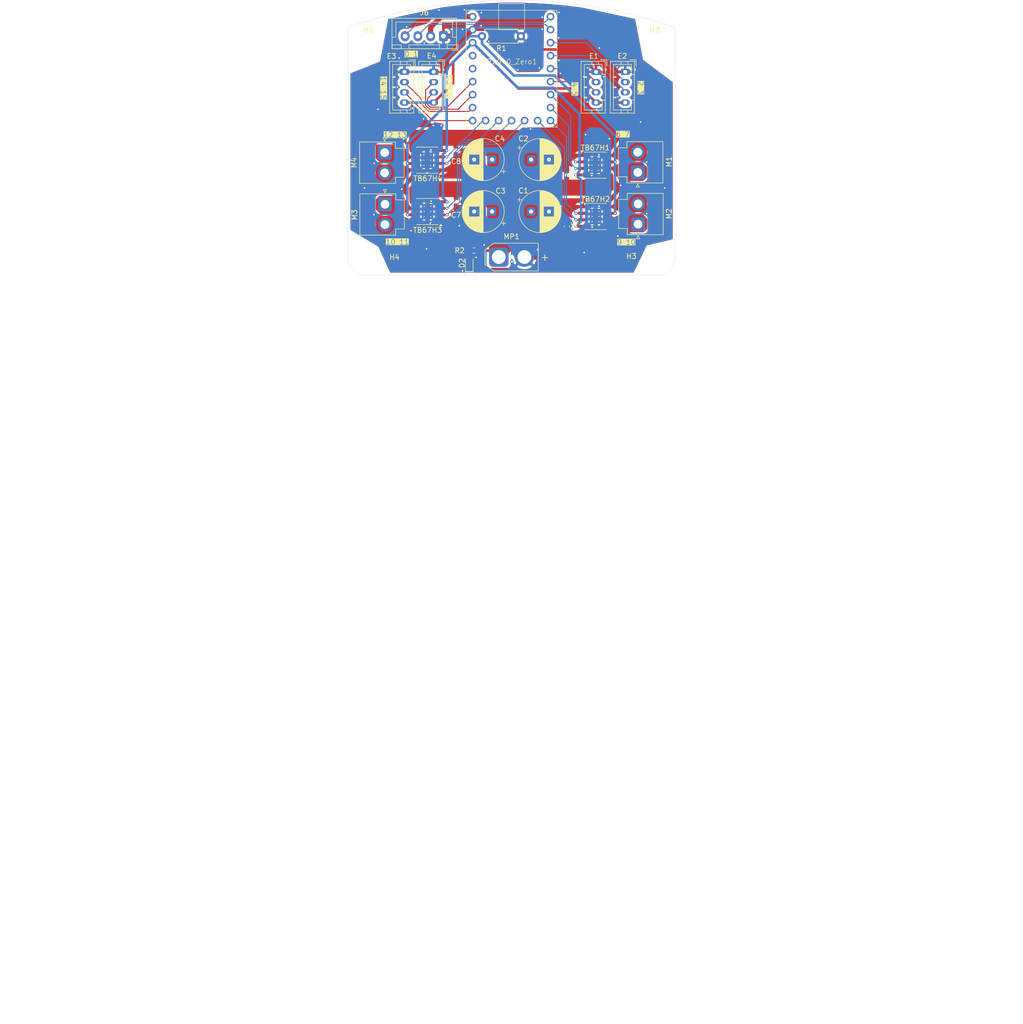
<source format=kicad_pcb>
(kicad_pcb (version 20241229) (generator "pcbnew") (generator_version "9.0")
  (layers (0 "F.Cu" signal) (2 "B.Cu" signal) (13 "F.Paste" user) (15 "B.Paste" user) (5 "F.SilkS" user "F.Silkscreen") (7 "B.SilkS" user "B.Silkscreen") (1 "F.Mask" user) (3 "B.Mask" user) (25 "Edge.Cuts" user))
  (net 0 "")
  (net 2 "VCC")
  (net 3 "GND")
  (net 4 "14")
  (net 5 "5")
  (net 6 "15")
  (net 7 "2")
  (net 8 "26")
  (net 9 "Net-(J6-Pin_3)")
  (net 10 "27")
  (net 11 "Net-(RP2040_Zero1-7)")
  (net 12 "+3V3")
  (net 13 "Net-(RP2040_Zero1-13)")
  (net 14 "3")
  (net 15 "Net-(J6-Pin_2)")
  (net 16 "Net-(RP2040_Zero1-12)")
  (net 17 "4")
  (net 18 "Net-(TB67H1-RS)")
  (net 19 "Net-(D2-A)")
  (net 20 "Net-(M1-Pin_2)")
  (net 21 "Net-(M1-Pin_1)")
  (net 22 "Net-(M2-Pin_1)")
  (net 23 "Net-(M2-Pin_2)")
  (net 24 "Net-(M3-Pin_2)")
  (net 25 "Net-(M3-Pin_1)")
  (net 26 "Net-(M4-Pin_1)")
  (net 27 "Net-(M4-Pin_2)")
  (net 28 "Net-(RP2040_Zero1-11)")
  (net 29 "Net-(RP2040_Zero1-10)")
  (net 30 "Net-(RP2040_Zero1-9)")
  (net 31 "Net-(RP2040_Zero1-8)")
  (net 32 "Net-(RP2040_Zero1-6)")
  (net 33 "Net-(J6-Pin_4)")
  (footprint "Capacitor_THT:CP_Radial_D8.0mm_P3.50mm" (layer "F.Cu") (at 153.815315 131.118398)
    (property "Reference" "C2")
    (property "Value" "C_Polarized_US" (hide yes))
  )
  (footprint "Capacitor_SMD:C_0603_1608Metric_Pad1.08x0.95mm_HandSolder" (layer "F.Cu") (at 160.815315 144.168398 -90)
    (property "Reference" "C6")
    (property "Value" "C")
  )
  (footprint "Capacitor_SMD:C_0603_1608Metric_Pad1.08x0.95mm_HandSolder" (layer "F.Cu") (at 139.115315 129.318398 90)
    (property "Reference" "C8")
    (property "Value" "C")
  )
  (footprint "MountingHole:MountingHole_3.2mm_M3" (layer "F.Cu") (at 178 150)
    (property "Reference" "H3")
    (property "Value" "MountingHole" (hide yes))
  )
  (footprint "Connector_AMASS:AMASS_XT30U-M_1x02_P5.0mm_Vertical" (layer "F.Cu") (at 147.505315 150.168398)
    (property "Reference" "MP1")
    (property "Value" "Conn_01x02_Socket" (hide yes))
  )
  (footprint "Connector_JST:JST_XH_B4B-XH-A_1x04_P2.50mm_Vertical" (layer "F.Cu") (at 136.670315 106.988398 180)
    (property "Reference" "J6")
    (property "Value" "Conn_01x04_Socket" (hide yes))
  )
  (footprint "Package_SO:SOIC-8-1EP_3.9x4.9mm_P1.27mm_EP2.29x3mm_ThermalVias" (layer "F.Cu") (at 133.560315 141.278398 180)
    (property "Reference" "TB67H3")
    (property "Value" "~")
  )
  (footprint "MountingHole:MountingHole_3.2mm_M3" (layer "F.Cu") (at 178 110)
    (property "Reference" "H2")
    (property "Value" "MountingHole" (hide yes))
  )
  (footprint "Capacitor_SMD:C_0603_1608Metric_Pad1.08x0.95mm_HandSolder" (layer "F.Cu") (at 139.165315 139.355898 90)
    (property "Reference" "C7")
    (property "Value" "C")
  )
  (footprint "Resistor_SMD:R_0603_1608Metric_Pad0.98x0.95mm_HandSolder" (layer "F.Cu") (at 142.662815 148.898398)
    (property "Reference" "R2")
    (property "Value" "2.2k")
  )
  (footprint "MountingHole:MountingHole_3.2mm_M3" (layer "F.Cu") (at 122 110)
    (property "Reference" "H1")
    (property "Value" "MountingHole" (hide yes))
  )
  (footprint "Connector_JST:JST_VH_B2P-VH-B_1x02_P3.96mm_Vertical" (layer "F.Cu") (at 174.745315 143.738398 90)
    (property "Reference" "M2")
    (property "Value" "Conn_01x02_Socket" (hide yes))
  )
  (footprint "Connector_JST:JST_VH_B2P-VH-B_1x02_P3.96mm_Vertical" (layer "F.Cu") (at 174.685315 133.628398 90)
    (property "Reference" "M1")
    (property "Value" "Conn_01x02_Socket" (hide yes))
  )
  (footprint "RP2040_Zero:名称未設定" (layer "F.Cu") (at 150.005315 103.178398)
    (property "Reference" "RP2040_Zero1")
    (property "Value" "~")
  )
  (footprint "Connector_JST:JST_PH_B4B-PH-K_1x04_P2.00mm_Vertical" (layer "F.Cu") (at 129.050315 113.973398 -90)
    (property "Reference" "E3")
    (property "Value" "Conn_01x04_Socket" (hide yes))
  )
  (footprint "Capacitor_SMD:C_0603_1608Metric_Pad1.08x0.95mm_HandSolder" (layer "F.Cu") (at 160.765315 134.135898 -90)
    (property "Reference" "C5")
    (property "Value" "C")
  )
  (footprint "Package_SO:SOIC-8-1EP_3.9x4.9mm_P1.27mm_EP2.29x3mm_ThermalVias" (layer "F.Cu") (at 166.375315 132.208398)
    (property "Reference" "TB67H1")
    (property "Value" "~")
  )
  (footprint "Connector_JST:JST_PH_B4B-PH-K_1x04_P2.00mm_Vertical" (layer "F.Cu") (at 172.230315 113.973398 -90)
    (property "Reference" "E2")
    (property "Value" "Conn_01x04_Socket" (hide yes))
  )
  (footprint "Connector_JST:JST_VH_B2P-VH-B_1x02_P3.96mm_Vertical" (layer "F.Cu") (at 125.240315 139.858398 -90)
    (property "Reference" "M3")
    (property "Value" "Conn_01x02_Socket" (hide yes))
  )
  (footprint "Package_SO:SOIC-8-1EP_3.9x4.9mm_P1.27mm_EP2.29x3mm_ThermalVias" (layer "F.Cu") (at 166.425315 142.248398)
    (property "Reference" "TB67H2")
    (property "Value" "~")
  )
  (footprint "Capacitor_THT:CP_Radial_D8.0mm_P3.50mm" (layer "F.Cu") (at 153.815315 141.278398)
    (property "Reference" "C1")
    (property "Value" "C_Polarized_US" (hide yes))
  )
  (footprint "Capacitor_THT:CP_Radial_D8.0mm_P3.50mm" (layer "F.Cu") (at 146.195315 141.278398 180)
    (property "Reference" "C3")
    (property "Value" "C_Polarized_US" (hide yes))
  )
  (footprint "Package_SO:SOIC-8-1EP_3.9x4.9mm_P1.27mm_EP2.29x3mm_ThermalVias" (layer "F.Cu") (at 133.505315 131.238398 180)
    (property "Reference" "TB67H4")
    (property "Value" "~")
  )
  (footprint "LED_SMD:LED_0603_1608Metric_Pad1.05x0.95mm_HandSolder" (layer "F.Cu") (at 141.735315 151.343398 90)
    (property "Reference" "D2")
    (property "Value" "LED")
  )
  (footprint "Connector_JST:JST_PH_B4B-PH-K_1x04_P2.00mm_Vertical" (layer "F.Cu") (at 134.765315 113.973398 -90)
    (property "Reference" "E4" (hide yes))
    (property "Value" "Conn_01x04_Socket" (hide yes))
  )
  (footprint "Connector_JST:JST_VH_B2P-VH-B_1x02_P3.96mm_Vertical" (layer "F.Cu") (at 125.185315 129.748398 -90)
    (property "Reference" "M4")
    (property "Value" "Conn_01x02_Socket" (hide yes))
  )
  (footprint "MountingHole:MountingHole_3.2mm_M3" (layer "F.Cu") (at 122 150)
    (property "Reference" "H4")
    (property "Value" "MountingHole" (hide yes))
  )
  (footprint "Connector_JST:JST_PH_B4B-PH-K_1x04_P2.00mm_Vertical" (layer "F.Cu") (at 166.515315 113.973398 -90)
    (property "Reference" "E1")
    (property "Value" "Conn_01x04_Socket" (hide yes))
  )
  (footprint "Capacitor_THT:CP_Radial_D8.0mm_P3.50mm" (layer "F.Cu") (at 146.195315 131.118398 180)
    (property "Reference" "C4")
    (property "Value" "C_Polarized_US" (hide yes))
  )
  (footprint "Resistor_THT:R_Axial_DIN0207_L6.3mm_D2.5mm_P7.62mm_Horizontal" (layer "F.Cu") (at 151.825315 106.998398 180)
    (property "Reference" "R1")
    (property "Value" "0.1")
  )
  (gr_poly (pts (xy 130.18 140.4) (xy 128.64 138.29) (xy 124.191885 138.298756) (xy 123.55625 138.931875) (xy 123.545 140.827501) (xy 124.382514 141.67) (xy 128.61 141.67) (xy 130.2 140.9)) (stroke (width 0.2)) (fill yes) (layer "F.Cu") (net 25))
  (gr_poly (pts (xy 130.122851 132.898398) (xy 128.582851 132.158398) (xy 124.134736 132.167154) (xy 123.499101 132.800273) (xy 123.487851 134.695899) (xy 124.325365 135.538398) (xy 128.552851 135.538398) (xy 130.142851 133.398398)) (stroke (width 0.2)) (fill yes) (layer "F.Cu") (net 27))
  (gr_poly (pts (xy 169.85 144.3) (xy 169.84 147.06) (xy 168.88 148.13) (xy 159.56 148.19) (xy 159.56 145.27) (xy 166.24 145.18) (xy 167.99 144.31)) (stroke (width 0.2)) (fill yes) (layer "F.Cu") (net 2))
  (gr_poly (pts (xy 169.752851 133.088398) (xy 171.292851 135.198398) (xy 175.740966 135.189642) (xy 176.376601 134.556523) (xy 176.387851 132.660897) (xy 175.550337 131.818398) (xy 171.322851 131.818398) (xy 169.732851 132.588398)) (stroke (width 0.2)) (fill yes) (layer "F.Cu") (net 21))
  (gr_poly (pts (xy 169.757536 130.55) (xy 171.297536 131.29) (xy 175.745651 131.281244) (xy 176.381286 130.648125) (xy 176.392536 128.752499) (xy 175.555022 127.91) (xy 171.327536 127.91) (xy 169.737536 130.05)) (stroke (width 0.2)) (fill yes) (layer "F.Cu") (net 20))
  (gr_poly (pts (xy 130.135315 139.228398) (xy 130.07 136.65) (xy 131.19 135.43) (xy 145.525315 135.438398) (xy 145.525315 138.358398) (xy 133.745315 138.348398) (xy 131.995315 139.218398)) (stroke (width 0.2)) (fill yes) (layer "F.Cu") (net 2))
  (gr_poly (pts (xy 155.071602 140.142851) (xy 157.241602 138.042851) (xy 155.01 137.92)) (stroke (width 0.2)) (fill yes) (layer "F.Cu") (net 2))
  (gr_poly (pts (xy 130.175315 142.938398) (xy 128.635315 142.198398) (xy 124.1872 142.207154) (xy 123.551565 142.840273) (xy 123.540315 144.735899) (xy 124.377829 145.578398) (xy 128.605315 145.578398) (xy 130.195315 143.438398)) (stroke (width 0.2)) (fill yes) (layer "F.Cu") (net 24))
  (gr_poly (pts (xy 156.566288 130.05) (xy 156.158786 130.45875) (xy 156.162536 131.685) (xy 156.166286 132.91125) (xy 156.576281 133.317545) (xy 161.162536 133.29) (xy 161.167536 131.63) (xy 163.017536 130.52) (xy 163.017536 130.05) (xy 162.967536 130.05)) (stroke (width 0.2)) (fill yes) (layer "F.Cu") (net 3))
  (gr_poly (pts (xy 157.03 145.12) (xy 154.93 142.95) (xy 154.807149 145.181602)) (stroke (width 0.2)) (fill yes) (layer "F.Cu") (net 2))
  (gr_poly (pts (xy 143.302464 138.42) (xy 145.402464 140.59) (xy 145.525315 138.358398)) (stroke (width 0.2)) (fill yes) (layer "F.Cu") (net 2))
  (gr_poly (pts (xy 169.797536 134.26) (xy 169.83 136.94) (xy 168.7 138.09) (xy 154.407536 138.05) (xy 154.407536 135.13) (xy 166.187536 135.14) (xy 167.937536 134.27)) (stroke (width 0.2)) (fill yes) (layer "F.Cu") (net 2))
  (gr_poly (pts (xy 169.805315 143.128398) (xy 171.345315 145.238398) (xy 175.79343 145.229642) (xy 176.429065 144.596523) (xy 176.440315 142.700897) (xy 175.602801 141.858398) (xy 171.375315 141.858398) (xy 169.785315 142.628398)) (stroke (width 0.2)) (fill yes) (layer "F.Cu") (net 22))
  (gr_poly (pts (xy 142.957812 143.438398) (xy 143.772815 142.620899) (xy 143.76719 140.781523) (xy 143.152198 140.17208) (xy 138.770315 140.198398) (xy 138.765315 141.858398) (xy 136.915315 142.968398) (xy 136.915315 143.438398) (xy 136.965315 143.438398)) (stroke (width 0.2)) (fill yes) (layer "F.Cu") (net 3))
  (gr_poly (pts (xy 157.2 135.209995) (xy 155.1 133.039995) (xy 154.977149 135.271597)) (stroke (width 0.2)) (fill yes) (layer "F.Cu") (net 2))
  (gr_poly (pts (xy 169.81 140.59) (xy 171.35 141.33) (xy 175.798115 141.321244) (xy 176.43375 140.688125) (xy 176.445 138.792499) (xy 175.607486 137.95) (xy 171.38 137.95) (xy 169.79 140.09)) (stroke (width 0.2)) (fill yes) (layer "F.Cu") (net 23))
  (gr_poly (pts (xy 145.695315 149.338398) (xy 145.305315 141.948398) (xy 145.375315 125.398398) (xy 152.7 125.43) (xy 155.01 127.8) (xy 155.11 144.58) (xy 149.385315 149.308398)) (stroke (width 0.2)) (fill yes) (layer "F.Cu") (net 2))
  (gr_poly (pts (xy 142.905348 133.398398) (xy 143.720351 132.580899) (xy 143.714726 130.741523) (xy 143.099734 130.13208) (xy 138.717851 130.158398) (xy 138.712851 131.818398) (xy 136.862851 132.928398) (xy 136.862851 133.398398) (xy 136.912851 133.398398)) (stroke (width 0.2)) (fill yes) (layer "F.Cu") (net 3))
  (gr_poly (pts (xy 130.082851 129.188398) (xy 130.08 126.38) (xy 131.07 125.4) (xy 145.472851 125.398398) (xy 145.472851 128.318398) (xy 133.692851 128.308398) (xy 131.942851 129.178398)) (stroke (width 0.2)) (fill yes) (layer "F.Cu") (net 2))
  (gr_poly (pts (xy 143.25 128.38) (xy 145.35 130.55) (xy 145.472851 128.318398)) (stroke (width 0.2)) (fill yes) (layer "F.Cu") (net 2))
  (gr_poly (pts (xy 145.375624 133.342773) (xy 143.205624 135.442773) (xy 145.437226 135.565624)) (stroke (width 0.2)) (fill yes) (layer "F.Cu") (net 2))
  (gr_poly (pts (xy 159.56 148.19) (xy 150.73 147.63) (xy 153.71 144.29) (xy 159.56 145.27)) (stroke (width 0.2)) (fill yes) (layer "F.Cu") (net 2))
  (gr_poly (pts (xy 130.127536 130.36) (xy 128.587536 128.25) (xy 123.507536 128.26) (xy 123.492536 130.787501) (xy 124.33005 131.63) (xy 128.557536 131.63) (xy 130.147536 130.86)) (stroke (width 0.2)) (fill yes) (layer "F.Cu") (net 26))
  (gr_poly (pts (xy 157.027503 140.09) (xy 156.2125 140.907499) (xy 156.218125 142.746875) (xy 156.833117 143.356318) (xy 161.215 143.33) (xy 161.22 141.67) (xy 163.07 140.56) (xy 163.07 140.09) (xy 163.02 140.09)) (stroke (width 0.2)) (fill yes) (layer "F.Cu") (net 3))
  (gr_poly (pts (xy 150.595315 150.138398) (xy 149.175315 147.578398) (xy 142.552815 147.743398) (xy 140.329106 145.590272) (xy 140.223683 131.228378) (xy 141.355315 130.083398) (xy 143.920315 130.072148) (xy 144.781369 130.923385) (xy 144.94 142.17) (xy 145.64 142.69) (xy 154.53 142.69) (xy 155.1 142.12) (xy 155.118732 130.695891) (xy 155.992815 129.818398) (xy 158.625315 129.818398) (xy 159.809791 130.988308) (xy 159.996147 146.049274) (xy 158.582816 148.188398) (xy 154.285315 149.958398)) (stroke (width 0.2)) (fill yes) (layer "B.Cu") (net 3))
  (gr_arc (start 182 150) (mid 181.323101 152.226433) (end 179.521499 153.69933) (stroke (width 0.05)) (layer "Edge.Cuts"))
  (gr_line (start 179.521499 153.699329) (end 120.480069 153.699973) (stroke (width 0.05)) (layer "Edge.Cuts"))
  (gr_arc (start 118.000929 105.256269) (mid 150.005774 99.94533) (end 182.01 105.26) (stroke (width 0.05)) (layer "Edge.Cuts"))
  (gr_arc (start 120.474996 153.697886) (mid 118.675845 152.224858) (end 118 150) (stroke (width 0.05)) (layer "Edge.Cuts"))
  (gr_line (start 118 150) (end 118 105.253549) (stroke (width 0.05)) (layer "Edge.Cuts"))
  (gr_line (start 182.01 105.26) (end 182.000764 150) (stroke (width 0.05)) (layer "Edge.Cuts"))
  (gr_text "26 27" (at 137.19 114.52 270) (layer "F.SilkS" knockout) (effects (font (size 1 1) (thickness 0.1)) (justify left bottom)))
  (gr_text "E4" (at 134.38 110.85 0) (layer "F.SilkS") (effects (font (size 1 1))))
  (gr_text "0 1" (at 128.98 111.09 0) (layer "F.SilkS" knockout) (effects (font (size 1 1) (thickness 0.1)) (justify left bottom)))
  (gr_text "10 11" (at 125.31 147.81 0) (layer "F.SilkS" knockout) (effects (font (size 1 1) (thickness 0.1)) (justify left bottom)))
  (gr_text "4 5" (at 161.74 115.92 270) (layer "F.SilkS" knockout) (effects (font (size 1 1) (thickness 0.1)) (justify left bottom)))
  (gr_text "9 10" (at 170.57 147.87 0) (layer "F.SilkS" knockout) (effects (font (size 1 1) (thickness 0.1)) (justify left bottom)))
  (gr_text "6 7" (at 170.34 126.77 0) (layer "F.SilkS" knockout) (effects (font (size 1 1) (thickness 0.1)) (justify left bottom)))
  (gr_text "2 3" (at 174.64 115.69 270) (layer "F.SilkS" knockout) (effects (font (size 1 1) (thickness 0.1)) (justify left bottom)))
  (gr_text "14 15" (at 124.32 114.77 270) (layer "F.SilkS" knockout) (effects (font (size 1 1) (thickness 0.1)) (justify left bottom)))
  (gr_text "12 13" (at 124.885315 126.888398 0) (layer "F.SilkS" knockout) (effects (font (size 1 1) (thickness 0.1)) (justify left bottom)))
  (segment (start 143.575315 148.898398) (end 146.235315 148.898398) (width 0.5) (layer "F.Cu") (net 2))
  (segment (start 146.235315 148.898398) (end 147.505315 150.168398) (width 0.5) (layer "F.Cu") (net 2))
  (segment (start 161.37 103.21) (end 164.31 103.21) (width 1) (layer "F.Cu") (net 3))
  (segment (start 149.645844 109.597398) (end 145.766844 105.718398) (width 0.5) (layer "F.Cu") (net 3))
  (segment (start 146.673155 101.430559) (end 159.590559 101.430559) (width 1) (layer "F.Cu") (net 3))
  (segment (start 142.036315 152.519398) (end 150.154315 152.519398) (width 0.5) (layer "F.Cu") (net 3))
  (segment (start 162.139315 109.597398) (end 149.645844 109.597398) (width 0.5) (layer "F.Cu") (net 3))
  (segment (start 136.550315 106.988398) (end 141.115315 106.988398) (width 1) (layer "F.Cu") (net 3))
  (segment (start 142.385315 105.718398) (end 146.673155 101.430559) (width 1) (layer "F.Cu") (net 3))
  (segment (start 166.515315 113.973398) (end 172.230315 113.973398) (width 0.5) (layer "F.Cu") (net 3))
  (segment (start 177.251 145.534571) (end 172.617173 150.168398) (width 1) (layer "F.Cu") (net 3))
  (segment (start 145.766844 105.718398) (end 142.385315 105.718398) (width 0.5) (layer "F.Cu") (net 3))
  (segment (start 141.735315 152.218398) (end 142.036315 152.519398) (width 0.5) (layer "F.Cu") (net 3))
  (segment (start 177.251 116.151) (end 177.251 145.534571) (width 1) (layer "F.Cu") (net 3))
  (segment (start 164.31 103.21) (end 177.251 116.151) (width 1) (layer "F.Cu") (net 3))
  (segment (start 166.515315 113.973398) (end 162.139315 109.597398) (width 0.5) (layer "F.Cu") (net 3))
  (segment (start 172.617173 150.168398) (end 152.505315 150.168398) (width 1) (layer "F.Cu") (net 3))
  (segment (start 150.154315 152.519398) (end 152.505315 150.168398) (width 0.5) (layer "F.Cu") (net 3))
  (segment (start 159.590559 101.430559) (end 161.37 103.21) (width 1) (layer "F.Cu") (net 3))
  (segment (start 141.115315 106.988398) (end 142.385315 105.718398) (width 1) (layer "F.Cu") (net 3))
  (via (at 155.97 105.66) (size 0.6) (drill 0.3) (layers "F.Cu" "B.Cu") (net 3))
  (via (at 155.43 113.21) (size 0.6) (drill 0.3) (layers "F.Cu" "B.Cu") (net 3))
  (via (at 170.66 113.03) (size 0.6) (drill 0.3) (layers "F.Cu" "B.Cu") (net 3))
  (via (at 159.26 111.71) (size 0.6) (drill 0.3) (layers "F.Cu" "B.Cu") (net 3))
  (via (at 135.81 101.9) (size 0.6) (drill 0.3) (layers "F.Cu" "B.Cu") (net 3))
  (via (at 140.41 105.67) (size 0.6) (drill 0.3) (layers "F.Cu" "B.Cu") (net 3))
  (via (at 140.53 140.4) (size 0.6) (drill 0.3) (layers "F.Cu" "B.Cu") (net 3))
  (via (at 145.55 108.01) (size 0.6) (drill 0.3) (layers "F.Cu" "B.Cu") (net 3))
  (via (at 179.96 136.67) (size 0.6) (drill 0.3) (layers "F.Cu" "B.Cu") (net 3))
  (via (at 140.41 152.87) (size 0.6) (drill 0.3) (layers "F.Cu" "B.Cu") (net 3))
  (via (at 140.78 101.81) (size 0.6) (drill 0.3) (layers "F.Cu" "B.Cu") (net 3))
  (via (at 151.22 113.56) (size 0.6) (drill 0.3) (layers "F.Cu" "B.Cu") (net 3))
  (via (at 135.55 112.51) (size 0.6) (drill 0.3) (layers "F.Cu" "B.Cu") (net 3))
  (via (at 134.12 143.53) (size 0.6) (drill 0.3) (layers "F.Cu" "B.Cu") (net 3))
  (via (at 167.17 109.31) (size 0.6) (drill 0.3) (layers "F.Cu" "B.Cu") (net 3))
  (via (at 159.56 114.27) (size 0.6) (drill 0.3) (layers "F.Cu" "B.Cu") (net 3))
  (via (at 166.7 121.42) (size 0.6) (drill 0.3) (layers "F.Cu" "B.Cu") (net 3))
  (via (at 127.69 116.96) (size 0.6) (drill 0.3) (layers "F.Cu" "B.Cu") (net 3))
  (via (at 176.42 131.62) (size 0.6) (drill 0.3) (layers "F.Cu" "B.Cu") (net 3))
  (via (at 138.22 105.66) (size 0.6) (drill 0.3) (layers "F.Cu" "B.Cu") (net 3))
  (via (at 159.26 102.33) (size 0.6) (drill 0.3) (layers "F.Cu" "B.Cu") (net 3))
  (via (at 164.13 114.92) (size 0.6) (drill 0.3) (layers "F.Cu" "B.Cu") (net 3))
  (via (at 128.53 136.91) (size 0.6) (drill 0.3) (layers "F.Cu" "B.Cu") (net 3))
  (via (at 170.78 146.06) (size 0.6) (drill 0.3) (layers "F.Cu" "B.Cu") (net 3))
  (via (at 132.79 123.15) (size 0.6) (drill 0.3) (layers "F.Cu" "B.Cu") (net 3))
  (via (at 123.13 131.85) (size 0.6) (drill 0.3) (layers "F.Cu" "B.Cu") (net 3))
  (via (at 164.87 113.18) (size 0.6) (drill 0.3) (layers "F.Cu" "B.Cu") (net 3))
  (via (at 169.11 127.03) (size 0.6) (drill 0.3) (layers "F.Cu" "B.Cu") (net 3))
  (via (at 159.62 131.15) (size 0.6) (drill 0.3) (layers "F.Cu" "B.Cu") (net 3))
  (via (at 159.65 140.25) (size 0.6) (drill 0.3) (layers "F.Cu" "B.Cu") (net 3))
  (via (at 128.9 127.09) (size 0.6) (drill 0.3) (layers "F.Cu" "B.Cu") (net 3))
  (via (at 139.79 144.05) (size 0.6) (drill 0.3) (layers "F.Cu" "B.Cu") (net 3))
  (via (at 164.81 119.83) (size 0.6) (drill 0.3) (layers "F.Cu" "B.Cu") (net 3))
  (via (at 170.79 118.85) (size 0.6) (drill 0.3) (layers "F.Cu" "B.Cu") (net 3))
  (via (at 143.07 150.23) (size 0.6) (drill 0.3) (layers "F.Cu" "B.Cu") (net 3))
  (via (at 159.22 107.33) (size 0.6) (drill 0.3) (layers "F.Cu" "B.Cu") (net 3))
  (via (at 133.48 133.73) (size 0.6) (drill 0.3) (layers "F.Cu" "B.Cu") (net 3))
  (via (at 134.28 139.23) (size 0.6) (drill 0.3) (layers "F.Cu" "B.Cu") (net 3))
  (via (at 164.5 126.23) (size 0.6) (drill 0.3) (layers "F.Cu" "B.Cu") (net 3))
  (via (at 165.75 144.32) (size 0.6) (drill 0.3) (layers "F.Cu" "B.Cu") (net 3))
  (via (at 150.09 151.05) (size 0.6) (drill 0.3) (layers "F.Cu" "B.Cu") (net 3))
  (via (at 168.06 114.91) (size 0.6) (drill 0.3) (layers "F.Cu" "B.Cu") (net 3))
  (via (at 171.34 136.16) (size 0.6) (drill 0.3) (layers "F.Cu" "B.Cu") (net 3))
  (via (at 136.23 124.45) (size 0.6) (drill 0.3) (layers "F.Cu" "B.Cu") (net 3))
  (via (at 167.08 130.17) (size 0.6) (drill 0.3) (layers "F.Cu" "B.Cu") (net 3))
  (via (at 165.69 134.24) (size 0.6) (drill 0.3) (layers "F.Cu" "B.Cu") (net 3))
  (via (at 134.22 129.2) (size 0.6) (drill 0.3) (layers "F.Cu" "B.Cu") (net 3))
  (via (at 121.24 136.67) (size 0.6) (drill 0.3) (layers "F.Cu" "B.Cu") (net 3))
  (via (at 130.34 145.01) (size 0.6) (drill 0.3) (layers "F.Cu" "B.Cu") (net 3))
  (via (at 129.48 105.17) (size 0.6) (drill 0.3) (layers "F.Cu" "B.Cu") (net 3))
  (via (at 155.09 148.73) (size 0.6) (drill 0.3) (layers "F.Cu" "B.Cu") (net 3))
  (via (at 164.71 139.08) (size 0.6) (drill 0.3) (layers "F.Cu" "B.Cu") (net 3))
  (via (at 153.71 125.14) (size 0.6) (drill 0.3) (layers "F.Cu" "B.Cu") (net 3))
  (via (at 140.43 131.37) (size 0.6) (drill 0.3) (layers "F.Cu" "B.Cu") (net 3))
  (via (at 130.58 121.07) (size 0.6) (drill 0.3) (layers "F.Cu" "B.Cu") (net 3))
  (via (at 144.64 147.79) (size 0.6) (drill 0.3) (layers "F.Cu" "B.Cu") (net 3))
  (via (at 176.44 141.69) (size 0.6) (drill 0.3) (layers "F.Cu" "B.Cu") (net 3))
  (via (at 134.7 124.46) (size 0.6) (drill 0.3) (layers "F.Cu" "B.Cu") (net 3))
  (via (at 155.99 103.28) (size 0.6) (drill 0.3) (layers "F.Cu" "B.Cu") (net 3))
  (via (at 123.88 121.29) (size 0.6) (drill 0.3) (layers "F.Cu" "B.Cu") (net 3))
  (via (at 165.97 112.57) (size 0.6) (drill 0.3) (layers "F.Cu" "B.Cu") (net 3))
  (via (at 167.12 140.21) (size 0.6) (drill 0.3) (layers "F.Cu" "B.Cu") (net 3))
  (via (at 132.92 108.34) (size 0.6) (drill 0.3) (layers "F.Cu" "B.Cu") (net 3))
  (via (at 133.37 148.57) (size 0.6) (drill 0.3) (layers "F.Cu" "B.Cu") (net 3))
  (via (at 128 111.25) (size 0.6) (drill 0.3) (layers "F.Cu" "B.Cu") (net 3))
  (via (at 175.23 123.78) (size 0.6) (drill 0.3) (layers "F.Cu" "B.Cu") (net 3))
  (via (at 123.08 141.88) (size 0.6) (drill 0.3) (layers "F.Cu" "B.Cu") (net 3))
  (via (at 164.2 149.28) (size 0.6) (drill 0.3) (layers "F.Cu" "B.Cu") (net 3))
  (via (at 144.08 102.41) (size 0.6) (drill 0.3) (layers "F.Cu" "B.Cu") (net 3))
  (segment (start 142.795315 105.308398) (end 142.385315 105.718398) (width 0.5) (layer "B.Cu") (net 3))
  (segment (start 129.050315 113.973398) (end 134.765315 113.973398) (width 0.5) (layer "B.Cu") (net 3))
  (segment (start 151.825315 106.998398) (end 150.135315 105.308398) (width 0.5) (layer "B.Cu") (net 3))
  (segment (start 134.765315 112.277738) (end 141.324655 105.718398) (width 0.5) (layer "B.Cu") (net 3))
  (segment (start 141.324655 105.718398) (end 142.385315 105.718398) (width 0.5) (layer "B.Cu") (net 3))
  (segment (start 134.765315 113.973398) (end 134.765315 112.277738) (width 0.5) (layer "B.Cu") (net 3))
  (segment (start 166.515315 113.973398) (end 167.123398 113.973398) (width 0.5) (layer "B.Cu") (net 3))
  (segment (start 167.123398 113.973398) (end 168.06 114.91) (width 0.5) (layer "B.Cu") (net 3))
  (segment (start 150.135315 105.308398) (end 142.795315 105.308398) (width 0.5) (layer "B.Cu") (net 3))
  (segment (start 129.050315 117.973398) (end 134.575315 123.498398) (width 0.2) (layer "F.Cu") (net 4))
  (segment (start 134.575315 123.498398) (end 142.385315 123.498398) (width 0.2) (layer "F.Cu") (net 4))
  (segment (start 166.515315 117.973398) (end 164.420315 115.878398) (width 0.2) (layer "F.Cu") (net 5))
  (segment (start 164.420315 115.878398) (end 157.625315 115.878398) (width 0.2) (layer "F.Cu") (net 5))
  (segment (start 166.515315 117.973398) (end 166.070315 117.973398) (width 0.2) (layer "B.Cu") (net 5))
  (segment (start 133.816909 121.708398) (end 141.635315 121.708398) (width 0.2) (layer "F.Cu") (net 6))
  (segment (start 141.635315 121.708398) (end 142.385315 120.958398) (width 0.2) (layer "F.Cu") (net 6))
  (segment (start 129.050315 115.973398) (end 132.370315 119.293398) (width 0.2) (layer "F.Cu") (net 6))
  (segment (start 132.370315 120.261804) (end 133.816909 121.708398) (width 0.2) (layer "F.Cu") (net 6))
  (segment (start 132.370315 119.293398) (end 132.370315 120.261804) (width 0.2) (layer "F.Cu") (net 6))
  (segment (start 164.515315 108.258398) (end 157.625315 108.258398) (width 0.2) (layer "B.Cu") (net 7))
  (segment (start 172.230315 115.973398) (end 164.515315 108.258398) (width 0.2) (layer "B.Cu") (net 7))
  (segment (start 133.188315 120.512704) (end 133.951009 121.275398) (width 0.2) (layer "F.Cu") (net 8))
  (segment (start 133.951009 121.275398) (end 139.528315 121.275398) (width 0.2) (layer "F.Cu") (net 8))
  (segment (start 134.765315 115.973398) (end 133.188315 117.550398) (width 0.2) (layer "F.Cu") (net 8))
  (segment (start 133.188315 117.550398) (end 133.188315 120.512704) (width 0.2) (layer "F.Cu") (net 8))
  (segment (start 139.528315 121.275398) (end 142.385315 118.418398) (width 0.2) (layer "F.Cu") (net 8))
  (segment (start 133.871315 104.667398) (end 156.574315 104.667398) (width 0.2) (layer "B.Cu") (net 9))
  (segment (start 131.550315 106.988398) (end 133.871315 104.667398) (width 0.2) (layer "B.Cu") (net 9))
  (segment (start 156.574315 104.667398) (end 157.625315 105.718398) (width 0.2) (layer "B.Cu") (net 9))
  (segment (start 133.589315 119.149398) (end 133.589315 120.346604) (width 0.2) (layer "F.Cu") (net 10))
  (segment (start 134.117109 120.874398) (end 137.389315 120.874398) (width 0.2) (layer "F.Cu") (net 10))
  (segment (start 137.389315 120.874398) (end 142.385315 115.878398) (width 0.2) (layer "F.Cu") (net 10))
  (segment (start 133.589315 120.346604) (end 134.117109 120.874398) (width 0.2) (layer "F.Cu") (net 10))
  (segment (start 134.765315 117.973398) (end 133.589315 119.149398) (width 0.2) (layer "F.Cu") (net 10))
  (segment (start 163.897536 132.845) (end 162.562536 132.845) (width 0.2) (layer "F.Cu") (net 11))
  (via (at 162.562536 132.845) (size 0.6) (drill 0.3) (layers "F.Cu" "B.Cu") (net 11))
  (segment (start 161.15083 124.483913) (end 157.625315 120.958398) (width 0.2) (layer "B.Cu") (net 11))
  (segment (start 162.562536 132.845) (end 161.15083 131.433294) (width 0.2) (layer "B.Cu") (net 11))
  (segment (start 161.15083 131.433294) (end 161.15083 124.483913) (width 0.2) (layer "B.Cu") (net 11))
  (segment (start 136.035315 139.373398) (end 137.370315 139.373398) (width 0.5) (layer "F.Cu") (net 12))
  (segment (start 134.765315 119.973398) (end 138.575315 116.163398) (width 0.5) (layer "F.Cu") (net 12))
  (segment (start 135.982851 129.333398) (end 137.317851 129.333398) (width 0.5) (layer "F.Cu") (net 12))
  (segment (start 163.897536 134.115) (end 162.562536 134.115) (width 0.5) (layer "F.Cu") (net 12))
  (segment (start 163.759315 117.217398) (end 151.344315 117.217398) (width 0.5) (layer "F.Cu") (net 12))
  (segment (start 166.515315 119.973398) (end 163.759315 117.217398) (width 0.5) (layer "F.Cu") (net 12))
  (segment (start 166.515315 119.973398) (end 172.230315 119.973398) (width 0.5) (layer "F.Cu") (net 12))
  (segment (start 138.575315 112.068398) (end 142.385315 108.258398) (width 0.5) (layer "F.Cu") (net 12))
  (segment (start 138.575315 116.163398) (end 138.575315 112.068398) (width 0.5) (layer "F.Cu") (net 12))
  (segment (start 163.95 144.155) (end 162.615 144.155) (width 0.5) (layer "F.Cu") (net 12))
  (segment (start 151.344315 117.217398) (end 142.385315 108.258398) (width 0.5) (layer "F.Cu") (net 12))
  (via (at 162.615 144.155) (size 0.6) (drill 0.3) (layers "F.Cu" "B.Cu") (net 12))
  (via (at 137.370315 139.373398) (size 0.6) (drill 0.3) (layers "F.Cu" "B.Cu") (net 12))
  (via (at 162.562536 134.115) (size 0.6) (drill 0.3) (layers "F.Cu" "B.Cu") (net 12))
  (via (at 137.317851 129.333398) (size 0.6) (drill 0.3) (layers "F.Cu" "B.Cu") (net 12))
  (segment (start 162.562536 134.115) (end 163.315315 133.362221) (width 0.5) (layer "B.Cu") (net 12))
  (segment (start 142.385315 108.258398) (end 137.317851 113.325862) (width 0.5) (layer "B.Cu") (net 12))
  (segment (start 136.566851 130.084398) (end 136.566851 138.569934) (width 0.5) (layer "B.Cu") (net 12))
  (segment (start 163.315315 122.271927) (end 158.122786 117.079398) (width 0.5) (layer "B.Cu") (net 12))
  (segment (start 158.122786 117.079398) (end 151.206315 117.079398) (width 0.5) (layer "B.Cu") (net 12))
  (segment (start 136.566851 138.569934) (end 137.370315 139.373398) (width 0.5) (layer "B.Cu") (net 12))
  (segment (start 163.625315 135.177779) (end 162.562536 134.115) (width 0.5) (layer "B.Cu") (net 12))
  (segment (start 163.315315 133.362221) (end 163.315315 122.271927) (width 0.5) (layer "B.Cu") (net 12))
  (segment (start 162.615 144.155) (end 163.625315 143.144685) (width 0.5) (layer "B.Cu") (net 12))
  (segment (start 163.625315 143.144685) (end 163.625315 135.177779) (width 0.5) (layer "B.Cu") (net 12))
  (segment (start 129.050315 119.973398) (end 134.765315 119.973398) (width 0.5) (layer "B.Cu") (net 12))
  (segment (start 151.206315 117.079398) (end 142.385315 108.258398) (width 0.5) (layer "B.Cu") (net 12))
  (segment (start 137.317851 113.325862) (end 137.317851 129.333398) (width 0.5) (layer "B.Cu") (net 12))
  (segment (start 137.317851 129.333398) (end 136.566851 130.084398) (width 0.5) (layer "B.Cu") (net 12))
  (segment (start 135.982851 130.603398) (end 137.317851 130.603398) (width 0.2) (layer "F.Cu") (net 13))
  (via (at 137.317851 130.603398) (size 0.6) (drill 0.3) (layers "F.Cu" "B.Cu") (net 13))
  (segment (start 137.317851 130.603398) (end 144.422851 123.498398) (width 0.2) (layer "B.Cu") (net 13))
  (segment (start 144.422851 123.498398) (end 144.925315 123.498398) (width 0.2) (layer "B.Cu") (net 13))
  (segment (start 172.230315 117.698398) (end 165.330315 110.798398) (width 0.2) (layer "B.Cu") (net 14))
  (segment (start 172.230315 117.973398) (end 172.230315 117.698398) (width 0.2) (layer "B.Cu") (net 14))
  (segment (start 165.330315 110.798398) (end 157.625315 110.798398) (width 0.2) (layer "B.Cu") (net 14))
  (segment (start 142.385315 103.178398) (end 136.255315 103.178398) (width 1) (layer "F.Cu") (net 15))
  (segment (start 134.170315 105.263398) (end 134.170315 106.988398) (width 1) (layer "F.Cu") (net 15))
  (segment (start 136.255315 103.178398) (end 134.170315 105.263398) (width 1) (layer "F.Cu") (net 15))
  (segment (start 135.982851 131.873398) (end 137.317851 131.873398) (width 0.2) (layer "F.Cu") (net 16))
  (via (at 137.317851 131.873398) (size 0.6) (drill 0.3) (layers "F.Cu" "B.Cu") (net 16))
  (segment (start 139.012483 130.178766) (end 139.012483 129.588906) (width 0.2) (layer "B.Cu") (net 16))
  (segment (start 141.294991 127.306398) (end 143.657315 127.306398) (width 0.2) (layer "B.Cu") (net 16))
  (segment (start 143.657315 127.306398) (end 147.465315 123.498398) (width 0.2) (layer "B.Cu") (net 16))
  (segment (start 139.012483 129.588906) (end 141.294991 127.306398) (width 0.2) (layer "B.Cu") (net 16))
  (segment (start 137.317851 131.873398) (end 139.012483 130.178766) (width 0.2) (layer "B.Cu") (net 16))
  (segment (start 166.515315 115.973398) (end 163.880315 113.338398) (width 0.2) (layer "F.Cu") (net 17))
  (segment (start 163.880315 113.338398) (end 157.625315 113.338398) (width 0.2) (layer "F.Cu") (net 17))
  (segment (start 168.9 141.615) (end 170.3 141.615) (width 0.5) (layer "F.Cu") (net 18))
  (segment (start 168.847536 131.575) (end 170.247536 131.575) (width 0.5) (layer "F.Cu") (net 18))
  (segment (start 131.032851 131.873398) (end 129.632851 131.873398) (width 0.5) (layer "F.Cu") (net 18))
  (segment (start 131.085315 141.913398) (end 129.685315 141.913398) (width 0.5) (layer "F.Cu") (net 18))
  (via (at 129.685315 141.913398) (size 0.6) (drill 0.3) (layers "F.Cu" "B.Cu") (net 18))
  (via (at 129.632851 131.873398) (size 0.6) (drill 0.3) (layers "F.Cu" "B.Cu") (net 18))
  (via (at 170.247536 131.575) (size 0.6) (drill 0.3) (layers "F.Cu" "B.Cu") (net 18))
  (via (at 170.3 141.615) (size 0.6) (drill 0.3) (layers "F.Cu" "B.Cu") (net 18))
  (segment (start 144.205315 108.438398) (end 150.444315 114.677398) (width 0.5) (layer "B.Cu") (net 18))
  (segment (start 150.444315 114.677398) (end 158.384315 114.677398) (width 0.5) (layer "B.Cu") (net 18))
  (segment (start 129.632851 131.873398) (end 129.632851 127.995862) (width 0.5) (layer "B.Cu") (net 18))
  (segment (start 136.616851 121.011862) (end 136.616851 112.190391) (width 0.5) (layer "B.Cu") (net 18))
  (segment (start 170.247536 141.562536) (end 170.3 141.615) (width 0.5) (layer "B.Cu") (net 18))
  (segment (start 129.632851 131.873398) (end 129.632851 141.860934) (width 0.5) (layer "B.Cu") (net 18))
  (segment (start 129.632851 127.995862) (end 136.616851 121.011862) (width 0.5) (layer "B.Cu") (net 18))
  (segment (start 170.247536 131.575) (end 170.247536 141.562536) (width 0.5) (layer "B.Cu") (net 18))
  (segment (start 144.205315 106.998398) (end 144.205315 108.438398) (width 0.5) (layer "B.Cu") (net 18))
  (segment (start 136.616851 112.190391) (end 141.808844 106.998398) (width 0.5) (layer "B.Cu") (net 18))
  (segment (start 129.632851 141.860934) (end 129.685315 141.913398) (width 0.5) (layer "B.Cu") (net 18))
  (segment (start 158.384315 114.677398) (end 170.247536 126.540619) (width 0.5) (layer "B.Cu") (net 18))
  (segment (start 170.247536 126.540619) (end 170.247536 131.575) (width 0.5) (layer "B.Cu") (net 18))
  (segment (start 141.808844 106.998398) (end 144.205315 106.998398) (width 0.5) (layer "B.Cu") (net 18))
  (segment (start 141.750315 150.453398) (end 141.735315 150.468398) (width 0.5) (layer "F.Cu") (net 19))
  (segment (start 141.750315 148.898398) (end 141.750315 150.453398) (width 0.5) (layer "F.Cu") (net 19))
  (segment (start 136.035315 140.643398) (end 137.370315 140.643398) (width 0.2) (layer "F.Cu") (net 28))
  (via (at 137.370315 140.643398) (size 0.6) (drill 0.3) (layers "F.Cu" "B.Cu") (net 28))
  (segment (start 137.370315 140.643398) (end 139.413483 138.60023) (width 0.2) (layer "B.Cu") (net 28))
  (segment (start 139.413483 138.60023) (end 139.413483 129.755006) (width 0.2) (layer "B.Cu") (net 28))
  (segment (start 141.461091 127.707398) (end 145.796315 127.707398) (width 0.2) (layer "B.Cu") (net 28))
  (segment (start 139.413483 129.755006) (end 141.461091 127.707398) (width 0.2) (layer "B.Cu") (net 28))
  (segment (start 145.796315 127.707398) (end 150.005315 123.498398) (width 0.2) (layer "B.Cu") (net 28))
  (segment (start 136.035315 141.913398) (end 137.370315 141.913398) (width 0.2) (layer "F.Cu") (net 29))
  (via (at 137.370315 141.913398) (size 0.6) (drill 0.3) (layers "F.Cu" "B.Cu") (net 29))
  (segment (start 147.935315 128.108398) (end 152.545315 123.498398) (width 0.2) (layer "B.Cu") (net 29))
  (segment (start 139.814483 129.921106) (end 141.627191 128.108398) (width 0.2) (layer "B.Cu") (net 29))
  (segment (start 139.814483 139.46923) (end 139.814483 129.921106) (width 0.2) (layer "B.Cu") (net 29))
  (segment (start 137.370315 141.913398) (end 139.814483 139.46923) (width 0.2) (layer "B.Cu") (net 29))
  (segment (start 141.627191 128.108398) (end 147.935315 128.108398) (width 0.2) (layer "B.Cu") (net 29))
  (segment (start 163.95 142.885) (end 162.615 142.885) (width 0.2) (layer "F.Cu") (net 30))
  (via (at 162.615 142.885) (size 0.6) (drill 0.3) (layers "F.Cu" "B.Cu") (net 30))
  (segment (start 162.615 142.885) (end 160.34883 140.61883) (width 0.2) (layer "B.Cu") (net 30))
  (segment (start 160.34883 140.61883) (end 160.34883 128.761913) (width 0.2) (layer "B.Cu") (net 30))
  (segment (start 160.34883 128.761913) (end 155.085315 123.498398) (width 0.2) (layer "B.Cu") (net 30))
  (segment (start 163.95 141.615) (end 162.615 141.615) (width 0.2) (layer "F.Cu") (net 31))
  (via (at 162.615 141.615) (size 0.6) (drill 0.3) (layers "F.Cu" "B.Cu") (net 31))
  (segment (start 162.615 141.615) (end 160.74983 139.74983) (width 0.2) (layer "B.Cu") (net 31))
  (segment (start 160.74983 139.74983) (end 160.74983 126.622913) (width 0.2) (layer "B.Cu") (net 31))
  (segment (start 160.74983 126.622913) (end 157.625315 123.498398) (width 0.2) (layer "B.Cu") (net 31))
  (segment (start 163.897536 131.575) (end 162.562536 131.575) (width 0.2) (layer "F.Cu") (net 32))
  (via (at 162.562536 131.575) (size 0.6) (drill 0.3) (layers "F.Cu" "B.Cu") (net 32))
  (segment (start 162.562536 131.575) (end 161.55183 130.564294) (width 0.2) (layer "B.Cu") (net 32))
  (segment (start 161.55183 122.344913) (end 157.625315 118.418398) (width 0.2) (layer "B.Cu") (net 32))
  (segment (start 161.55183 130.564294) (end 161.55183 122.344913) (width 0.2) (layer "B.Cu") (net 32))
  (segment (start 156.537315 104.266398) (end 157.625315 103.178398) (width 0.2) (layer "B.Cu") (net 33))
  (segment (start 131.772315 104.266398) (end 156.537315 104.266398) (width 0.2) (layer "B.Cu") (net 33))
  (segment (start 129.050315 106.988398) (end 131.772315 104.266398) (width 0.2) (layer "B.Cu") (net 33))
  (zone (net 3) (net_name "GND") (layer "F.Cu") (priority 1) (connect_pads (clearance 0.5)) (min_thickness 0.25) (fill yes (thermal_gap 0.5) (thermal_bridge_width 0.5) (island_removal_mode 1) (island_area_min 10))
    (polygon (pts (xy 181.9 153.6) (xy 181.9 105.3) (xy 160 100.6) (xy 150 100.1) (xy 140 100.6) (xy 118.1 105.3) (xy 118.1 153.6)))
  )
  (zone (net 0) (net_name "") (layers "F.Cu" "B.Cu") (connect_pads (clearance 0)) (min_thickness 0.25)
    (keepout (tracks allowed) (vias allowed) (pads allowed) (copperpour not_allowed) (footprints allowed))
    (fill (thermal_gap 0.5) (thermal_bridge_width 0.5) (island_removal_mode 1) (island_area_min 10))
    (polygon (pts (xy 130.23 106.41) (xy 133.33 106.34) (xy 133.9 104.45) (xy 129.51 105.59) (xy 130.22 106.41)))
  )
  (zone (net 0) (net_name "") (layers "F.Cu" "B.Cu") (connect_pads (clearance 0)) (min_thickness 0.25)
    (keepout (tracks allowed) (vias allowed) (pads allowed) (copperpour not_allowed) (footprints allowed))
    (fill (thermal_gap 0.5) (thermal_bridge_width 0.5) (island_removal_mode 1) (island_area_min 10))
    (polygon (pts (xy 126.29 153.26) (xy 123.96 148.15) (xy 118.38 144.79) (xy 118.1 153.6)))
  )
  (zone (net 0) (net_name "") (layers "F.Cu" "B.Cu") (connect_pads (clearance 0)) (min_thickness 0.25)
    (keepout (tracks allowed) (vias allowed) (pads allowed) (copperpour not_allowed) (footprints allowed))
    (fill (thermal_gap 0.5) (thermal_bridge_width 0.5) (island_removal_mode 1) (island_area_min 10))
    (polygon (pts (xy 129.6 119.62) (xy 129.63 112.85) (xy 134.27 112.87) (xy 134.07 119.39)))
  )
  (zone (net 0) (net_name "") (layers "F.Cu" "B.Cu") (connect_pads (clearance 0)) (min_thickness 0.25)
    (keepout (tracks allowed) (vias allowed) (pads allowed) (copperpour not_allowed) (footprints allowed))
    (fill (thermal_gap 0.5) (thermal_bridge_width 0.5) (island_removal_mode 1) (island_area_min 10))
    (polygon (pts (xy 181.55 116) (xy 175.7 111.62) (xy 174.13 103.52) (xy 181.9 105.3)))
  )
  (zone (net 0) (net_name "") (layers "F.Cu" "B.Cu") (connect_pads (clearance 0)) (min_thickness 0.25)
    (keepout (tracks allowed) (vias allowed) (pads allowed) (copperpour not_allowed) (footprints allowed))
    (fill (thermal_gap 0.5) (thermal_bridge_width 0.5) (island_removal_mode 1) (island_area_min 10))
    (polygon (pts (xy 118.4 114.3) (xy 124.29 111.96) (xy 125.96 103.29) (xy 118.1 105.3)))
  )
  (zone (net 0) (net_name "") (layers "F.Cu" "B.Cu") (connect_pads (clearance 0)) (min_thickness 0.25)
    (keepout (tracks allowed) (vias allowed) (pads allowed) (copperpour not_allowed) (footprints allowed))
    (fill (thermal_gap 0.5) (thermal_bridge_width 0.5) (island_removal_mode 1) (island_area_min 10))
    (polygon (pts (xy 173.83 153.27) (xy 176.43 147.89) (xy 181.72 146.63) (xy 181.9 153.6)))
  )
  (zone (net 0) (net_name "") (layers "F.Cu" "B.Cu") (connect_pads (clearance 0)) (min_thickness 0.25)
    (keepout (tracks allowed) (vias allowed) (pads allowed) (copperpour not_allowed) (footprints allowed))
    (fill (thermal_gap 0.5) (thermal_bridge_width 0.5) (island_removal_mode 1) (island_area_min 10))
    (polygon (pts (xy 134.97 106.08) (xy 135.16 105.11) (xy 136.39 104.26) (xy 136.4 105.6) (xy 135.32 106.14)))
  )
  (zone (net 0) (net_name "") (layers "F.Cu" "B.Cu") (connect_pads (clearance 0)) (min_thickness 0.25)
    (keepout (tracks allowed) (vias allowed) (pads allowed) (copperpour not_allowed) (footprints allowed))
    (fill (thermal_gap 0.5) (thermal_bridge_width 0.5) (island_removal_mode 1) (island_area_min 10))
    (polygon (pts (xy 136.07 114.28) (xy 137.18 114.25) (xy 137.88 113.25) (xy 137.9 118.41) (xy 135.77 117.6) (xy 135.42 116.9) (xy 135.85 114.38)))
  )
  (zone (net 0) (net_name "") (layers "F.Cu" "B.Cu") (connect_pads (clearance 0)) (min_thickness 0.25)
    (keepout (tracks allowed) (vias allowed) (pads allowed) (copperpour not_allowed) (footprints allowed))
    (fill (thermal_gap 0.5) (thermal_bridge_width 0.5) (island_removal_mode 1) (island_area_min 10))
    (polygon (pts (xy 157.95 101.95) (xy 158.91 102.8875) (xy 158.92 123.69) (xy 157.65 124.85) (xy 149.735 124.85) (xy 136.69 124.8) (xy 136.67 124.11) (xy 134.07 123.585) (xy 129.95 119.6) (xy 137.44 121.27) (xy 135.99 120.3) (xy 136.09 119.27) (xy 139.07 116.32) (xy 139.12 112.22) (xy 141.09 110.3) (xy 141.13 103.07) (xy 141.96 102.18) (xy 142.84 102.19) (xy 143.73 103.1) (xy 144.97 107.94) (xy 151.1 114.02) (xy 155.34 113.99) (xy 156.24 113.06) (xy 156.326965 102.97) (xy 157.25 101.95)))
  )
  (zone (net 0) (net_name "") (layer "B.Cu") (connect_pads (clearance 0)) (min_thickness 0.25)
    (keepout (tracks allowed) (vias allowed) (pads allowed) (copperpour not_allowed) (footprints allowed))
    (fill (thermal_gap 0.5) (thermal_bridge_width 0.5))
    (polygon (pts (xy 158.78 116.1) (xy 167.62 124.88) (xy 165.19 124.84) (xy 164.04 126.03) (xy 158.36 116.58)))
  )
  (zone (net 3) (net_name "GND") (layer "B.Cu") (connect_pads (clearance 0.5)) (min_thickness 0.25) (fill yes (thermal_gap 0.5) (thermal_bridge_width 0.5))
    (polygon (pts (xy 118.1 153.6) (xy 181.9 153.6) (xy 181.9 105.3) (xy 160 100.6) (xy 150 100.1) (xy 140 100.6) (xy 118.1 105.3)))
  )
  (zone (net 0) (net_name "") (layer "B.Cu") (connect_pads (clearance 0)) (min_thickness 0.25)
    (keepout (tracks allowed) (vias allowed) (pads allowed) (copperpour not_allowed) (footprints allowed))
    (fill (thermal_gap 0.5) (thermal_bridge_width 0.5))
    (polygon (pts (xy 150.55 124.89) (xy 153.71 122.87) (xy 156.94 124.83)))
  )
)
</source>
